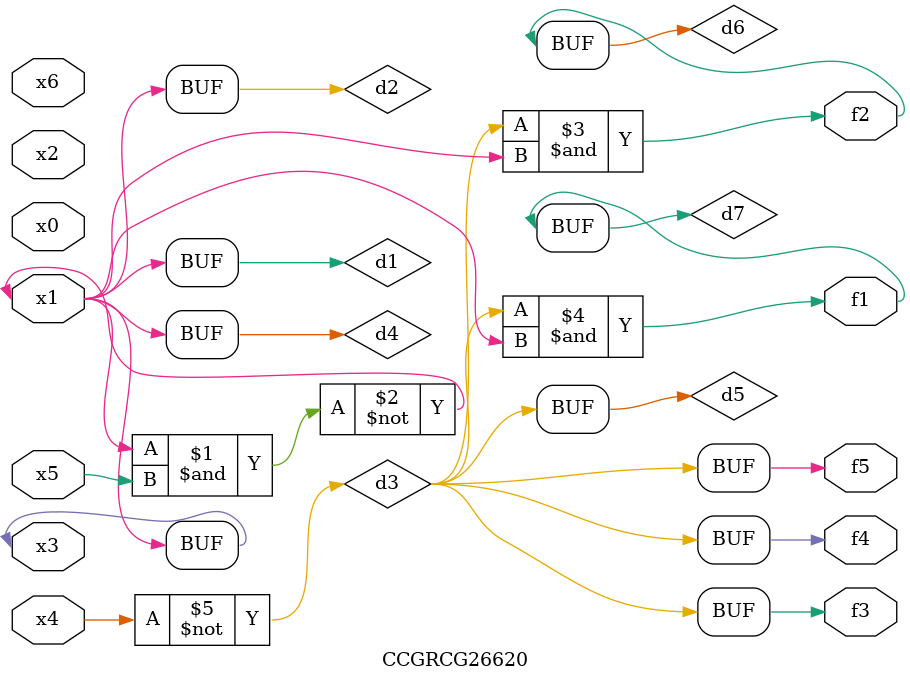
<source format=v>
module CCGRCG26620(
	input x0, x1, x2, x3, x4, x5, x6,
	output f1, f2, f3, f4, f5
);

	wire d1, d2, d3, d4, d5, d6, d7;

	buf (d1, x1, x3);
	nand (d2, x1, x5);
	not (d3, x4);
	buf (d4, d1, d2);
	buf (d5, d3);
	and (d6, d3, d4);
	and (d7, d3, d4);
	assign f1 = d7;
	assign f2 = d6;
	assign f3 = d5;
	assign f4 = d5;
	assign f5 = d5;
endmodule

</source>
